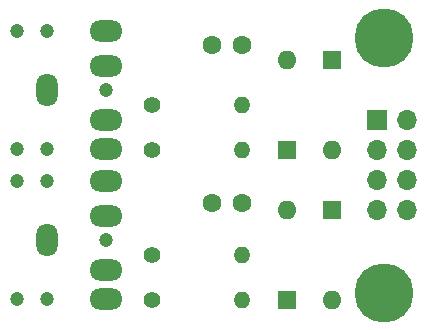
<source format=gts>
%TF.GenerationSoftware,KiCad,Pcbnew,(6.0.1)*%
%TF.CreationDate,2022-09-24T07:34:31-04:00*%
%TF.ProjectId,SCF-2,5343462d-322e-46b6-9963-61645f706362,1*%
%TF.SameCoordinates,Original*%
%TF.FileFunction,Soldermask,Top*%
%TF.FilePolarity,Negative*%
%FSLAX46Y46*%
G04 Gerber Fmt 4.6, Leading zero omitted, Abs format (unit mm)*
G04 Created by KiCad (PCBNEW (6.0.1)) date 2022-09-24 07:34:31*
%MOMM*%
%LPD*%
G01*
G04 APERTURE LIST*
%ADD10C,1.200000*%
%ADD11O,2.800000X1.800000*%
%ADD12O,1.800000X2.800000*%
%ADD13R,1.700000X1.700000*%
%ADD14O,1.700000X1.700000*%
%ADD15R,1.600000X1.600000*%
%ADD16O,1.600000X1.600000*%
%ADD17C,1.400000*%
%ADD18O,1.400000X1.400000*%
%ADD19C,1.600000*%
%ADD20C,5.000000*%
G04 APERTURE END LIST*
D10*
%TO.C,J1*%
X109260000Y-38020000D03*
X116760000Y-33020000D03*
X111760000Y-38020000D03*
X111760000Y-28020000D03*
X109260000Y-28020000D03*
D11*
X116760000Y-28020000D03*
X116760000Y-31020000D03*
D12*
X111760000Y-33020000D03*
D11*
X116760000Y-38020000D03*
X116760000Y-35520000D03*
%TD*%
D13*
%TO.C,J3*%
X139700000Y-35560000D03*
D14*
X142240000Y-35560000D03*
X139700000Y-38100000D03*
X142240000Y-38100000D03*
X139700000Y-40640000D03*
X142240000Y-40640000D03*
X139700000Y-43180000D03*
X142240000Y-43180000D03*
%TD*%
D15*
%TO.C,D2*%
X135890000Y-43180000D03*
D16*
X135890000Y-50800000D03*
%TD*%
D17*
%TO.C,R1*%
X120650000Y-38100000D03*
D18*
X128270000Y-38100000D03*
%TD*%
D19*
%TO.C,C1*%
X128270000Y-29210000D03*
X125770000Y-29210000D03*
%TD*%
D20*
%TO.C,H1*%
X140335000Y-50165000D03*
%TD*%
D15*
%TO.C,D1*%
X135890000Y-30480000D03*
D16*
X135890000Y-38100000D03*
%TD*%
D17*
%TO.C,R2*%
X120650000Y-50800000D03*
D18*
X128270000Y-50800000D03*
%TD*%
D15*
%TO.C,D3*%
X132080000Y-38100000D03*
D16*
X132080000Y-30480000D03*
%TD*%
D10*
%TO.C,J2*%
X109260000Y-50720000D03*
X109260000Y-40720000D03*
X116760000Y-45720000D03*
X111760000Y-40720000D03*
X111760000Y-50720000D03*
D11*
X116760000Y-40720000D03*
X116760000Y-43720000D03*
D12*
X111760000Y-45720000D03*
D11*
X116760000Y-50720000D03*
X116760000Y-48220000D03*
%TD*%
D19*
%TO.C,C2*%
X128270000Y-42545000D03*
X125770000Y-42545000D03*
%TD*%
D17*
%TO.C,R3*%
X120650000Y-34290000D03*
D18*
X128270000Y-34290000D03*
%TD*%
D20*
%TO.C,H2*%
X140335000Y-28575000D03*
%TD*%
D17*
%TO.C,R4*%
X120650000Y-46990000D03*
D18*
X128270000Y-46990000D03*
%TD*%
D15*
%TO.C,D4*%
X132080000Y-50800000D03*
D16*
X132080000Y-43180000D03*
%TD*%
M02*

</source>
